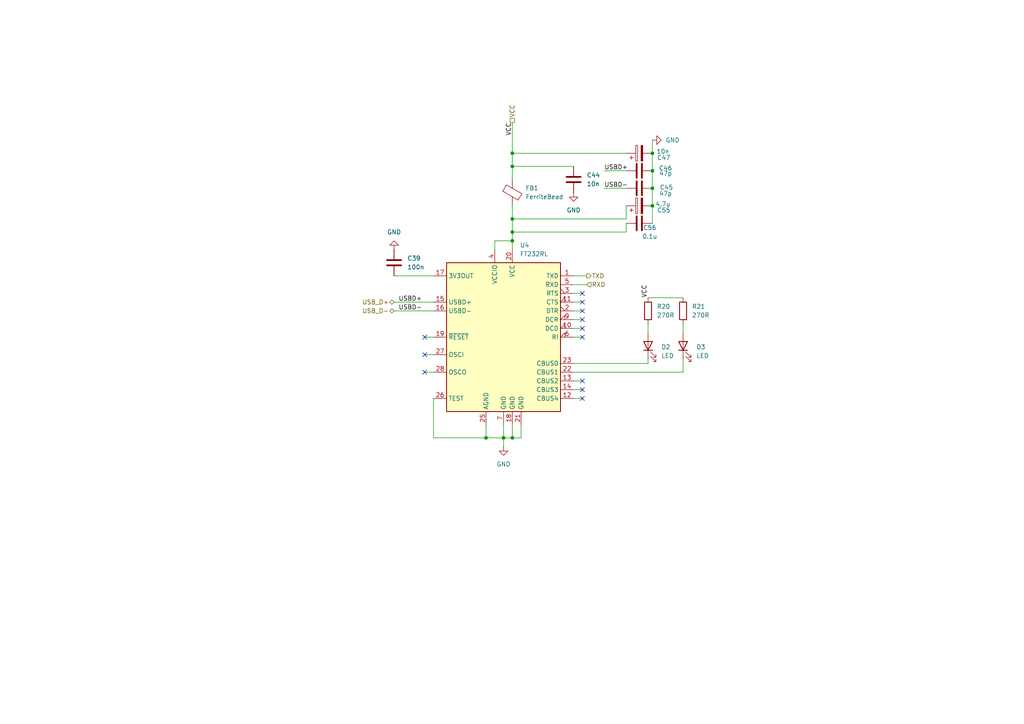
<source format=kicad_sch>
(kicad_sch
	(version 20231120)
	(generator "eeschema")
	(generator_version "8.0")
	(uuid "f507f0b7-e63d-4d48-bbd9-b9d89ef21e71")
	(paper "A4")
	(lib_symbols
		(symbol "Device:C"
			(pin_numbers hide)
			(pin_names
				(offset 0.254)
			)
			(exclude_from_sim no)
			(in_bom yes)
			(on_board yes)
			(property "Reference" "C"
				(at 0.635 2.54 0)
				(effects
					(font
						(size 1.27 1.27)
					)
					(justify left)
				)
			)
			(property "Value" "C"
				(at 0.635 -2.54 0)
				(effects
					(font
						(size 1.27 1.27)
					)
					(justify left)
				)
			)
			(property "Footprint" ""
				(at 0.9652 -3.81 0)
				(effects
					(font
						(size 1.27 1.27)
					)
					(hide yes)
				)
			)
			(property "Datasheet" "~"
				(at 0 0 0)
				(effects
					(font
						(size 1.27 1.27)
					)
					(hide yes)
				)
			)
			(property "Description" "Unpolarized capacitor"
				(at 0 0 0)
				(effects
					(font
						(size 1.27 1.27)
					)
					(hide yes)
				)
			)
			(property "ki_keywords" "cap capacitor"
				(at 0 0 0)
				(effects
					(font
						(size 1.27 1.27)
					)
					(hide yes)
				)
			)
			(property "ki_fp_filters" "C_*"
				(at 0 0 0)
				(effects
					(font
						(size 1.27 1.27)
					)
					(hide yes)
				)
			)
			(symbol "C_0_1"
				(polyline
					(pts
						(xy -2.032 -0.762) (xy 2.032 -0.762)
					)
					(stroke
						(width 0.508)
						(type default)
					)
					(fill
						(type none)
					)
				)
				(polyline
					(pts
						(xy -2.032 0.762) (xy 2.032 0.762)
					)
					(stroke
						(width 0.508)
						(type default)
					)
					(fill
						(type none)
					)
				)
			)
			(symbol "C_1_1"
				(pin passive line
					(at 0 3.81 270)
					(length 2.794)
					(name "~"
						(effects
							(font
								(size 1.27 1.27)
							)
						)
					)
					(number "1"
						(effects
							(font
								(size 1.27 1.27)
							)
						)
					)
				)
				(pin passive line
					(at 0 -3.81 90)
					(length 2.794)
					(name "~"
						(effects
							(font
								(size 1.27 1.27)
							)
						)
					)
					(number "2"
						(effects
							(font
								(size 1.27 1.27)
							)
						)
					)
				)
			)
		)
		(symbol "Device:C_Polarized"
			(pin_numbers hide)
			(pin_names
				(offset 0.254)
			)
			(exclude_from_sim no)
			(in_bom yes)
			(on_board yes)
			(property "Reference" "C"
				(at 0.635 2.54 0)
				(effects
					(font
						(size 1.27 1.27)
					)
					(justify left)
				)
			)
			(property "Value" "C_Polarized"
				(at 0.635 -2.54 0)
				(effects
					(font
						(size 1.27 1.27)
					)
					(justify left)
				)
			)
			(property "Footprint" ""
				(at 0.9652 -3.81 0)
				(effects
					(font
						(size 1.27 1.27)
					)
					(hide yes)
				)
			)
			(property "Datasheet" "~"
				(at 0 0 0)
				(effects
					(font
						(size 1.27 1.27)
					)
					(hide yes)
				)
			)
			(property "Description" "Polarized capacitor"
				(at 0 0 0)
				(effects
					(font
						(size 1.27 1.27)
					)
					(hide yes)
				)
			)
			(property "ki_keywords" "cap capacitor"
				(at 0 0 0)
				(effects
					(font
						(size 1.27 1.27)
					)
					(hide yes)
				)
			)
			(property "ki_fp_filters" "CP_*"
				(at 0 0 0)
				(effects
					(font
						(size 1.27 1.27)
					)
					(hide yes)
				)
			)
			(symbol "C_Polarized_0_1"
				(rectangle
					(start -2.286 0.508)
					(end 2.286 1.016)
					(stroke
						(width 0)
						(type default)
					)
					(fill
						(type none)
					)
				)
				(polyline
					(pts
						(xy -1.778 2.286) (xy -0.762 2.286)
					)
					(stroke
						(width 0)
						(type default)
					)
					(fill
						(type none)
					)
				)
				(polyline
					(pts
						(xy -1.27 2.794) (xy -1.27 1.778)
					)
					(stroke
						(width 0)
						(type default)
					)
					(fill
						(type none)
					)
				)
				(rectangle
					(start 2.286 -0.508)
					(end -2.286 -1.016)
					(stroke
						(width 0)
						(type default)
					)
					(fill
						(type outline)
					)
				)
			)
			(symbol "C_Polarized_1_1"
				(pin passive line
					(at 0 3.81 270)
					(length 2.794)
					(name "~"
						(effects
							(font
								(size 1.27 1.27)
							)
						)
					)
					(number "1"
						(effects
							(font
								(size 1.27 1.27)
							)
						)
					)
				)
				(pin passive line
					(at 0 -3.81 90)
					(length 2.794)
					(name "~"
						(effects
							(font
								(size 1.27 1.27)
							)
						)
					)
					(number "2"
						(effects
							(font
								(size 1.27 1.27)
							)
						)
					)
				)
			)
		)
		(symbol "Device:FerriteBead"
			(pin_numbers hide)
			(pin_names
				(offset 0)
			)
			(exclude_from_sim no)
			(in_bom yes)
			(on_board yes)
			(property "Reference" "FB"
				(at -3.81 0.635 90)
				(effects
					(font
						(size 1.27 1.27)
					)
				)
			)
			(property "Value" "FerriteBead"
				(at 3.81 0 90)
				(effects
					(font
						(size 1.27 1.27)
					)
				)
			)
			(property "Footprint" ""
				(at -1.778 0 90)
				(effects
					(font
						(size 1.27 1.27)
					)
					(hide yes)
				)
			)
			(property "Datasheet" "~"
				(at 0 0 0)
				(effects
					(font
						(size 1.27 1.27)
					)
					(hide yes)
				)
			)
			(property "Description" "Ferrite bead"
				(at 0 0 0)
				(effects
					(font
						(size 1.27 1.27)
					)
					(hide yes)
				)
			)
			(property "ki_keywords" "L ferrite bead inductor filter"
				(at 0 0 0)
				(effects
					(font
						(size 1.27 1.27)
					)
					(hide yes)
				)
			)
			(property "ki_fp_filters" "Inductor_* L_* *Ferrite*"
				(at 0 0 0)
				(effects
					(font
						(size 1.27 1.27)
					)
					(hide yes)
				)
			)
			(symbol "FerriteBead_0_1"
				(polyline
					(pts
						(xy 0 -1.27) (xy 0 -1.2192)
					)
					(stroke
						(width 0)
						(type default)
					)
					(fill
						(type none)
					)
				)
				(polyline
					(pts
						(xy 0 1.27) (xy 0 1.2954)
					)
					(stroke
						(width 0)
						(type default)
					)
					(fill
						(type none)
					)
				)
				(polyline
					(pts
						(xy -2.7686 0.4064) (xy -1.7018 2.2606) (xy 2.7686 -0.3048) (xy 1.6764 -2.159) (xy -2.7686 0.4064)
					)
					(stroke
						(width 0)
						(type default)
					)
					(fill
						(type none)
					)
				)
			)
			(symbol "FerriteBead_1_1"
				(pin passive line
					(at 0 3.81 270)
					(length 2.54)
					(name "~"
						(effects
							(font
								(size 1.27 1.27)
							)
						)
					)
					(number "1"
						(effects
							(font
								(size 1.27 1.27)
							)
						)
					)
				)
				(pin passive line
					(at 0 -3.81 90)
					(length 2.54)
					(name "~"
						(effects
							(font
								(size 1.27 1.27)
							)
						)
					)
					(number "2"
						(effects
							(font
								(size 1.27 1.27)
							)
						)
					)
				)
			)
		)
		(symbol "Device:LED"
			(pin_numbers hide)
			(pin_names
				(offset 1.016) hide)
			(exclude_from_sim no)
			(in_bom yes)
			(on_board yes)
			(property "Reference" "D"
				(at 0 2.54 0)
				(effects
					(font
						(size 1.27 1.27)
					)
				)
			)
			(property "Value" "LED"
				(at 0 -2.54 0)
				(effects
					(font
						(size 1.27 1.27)
					)
				)
			)
			(property "Footprint" ""
				(at 0 0 0)
				(effects
					(font
						(size 1.27 1.27)
					)
					(hide yes)
				)
			)
			(property "Datasheet" "~"
				(at 0 0 0)
				(effects
					(font
						(size 1.27 1.27)
					)
					(hide yes)
				)
			)
			(property "Description" "Light emitting diode"
				(at 0 0 0)
				(effects
					(font
						(size 1.27 1.27)
					)
					(hide yes)
				)
			)
			(property "ki_keywords" "LED diode"
				(at 0 0 0)
				(effects
					(font
						(size 1.27 1.27)
					)
					(hide yes)
				)
			)
			(property "ki_fp_filters" "LED* LED_SMD:* LED_THT:*"
				(at 0 0 0)
				(effects
					(font
						(size 1.27 1.27)
					)
					(hide yes)
				)
			)
			(symbol "LED_0_1"
				(polyline
					(pts
						(xy -1.27 -1.27) (xy -1.27 1.27)
					)
					(stroke
						(width 0.254)
						(type default)
					)
					(fill
						(type none)
					)
				)
				(polyline
					(pts
						(xy -1.27 0) (xy 1.27 0)
					)
					(stroke
						(width 0)
						(type default)
					)
					(fill
						(type none)
					)
				)
				(polyline
					(pts
						(xy 1.27 -1.27) (xy 1.27 1.27) (xy -1.27 0) (xy 1.27 -1.27)
					)
					(stroke
						(width 0.254)
						(type default)
					)
					(fill
						(type none)
					)
				)
				(polyline
					(pts
						(xy -3.048 -0.762) (xy -4.572 -2.286) (xy -3.81 -2.286) (xy -4.572 -2.286) (xy -4.572 -1.524)
					)
					(stroke
						(width 0)
						(type default)
					)
					(fill
						(type none)
					)
				)
				(polyline
					(pts
						(xy -1.778 -0.762) (xy -3.302 -2.286) (xy -2.54 -2.286) (xy -3.302 -2.286) (xy -3.302 -1.524)
					)
					(stroke
						(width 0)
						(type default)
					)
					(fill
						(type none)
					)
				)
			)
			(symbol "LED_1_1"
				(pin passive line
					(at -3.81 0 0)
					(length 2.54)
					(name "K"
						(effects
							(font
								(size 1.27 1.27)
							)
						)
					)
					(number "1"
						(effects
							(font
								(size 1.27 1.27)
							)
						)
					)
				)
				(pin passive line
					(at 3.81 0 180)
					(length 2.54)
					(name "A"
						(effects
							(font
								(size 1.27 1.27)
							)
						)
					)
					(number "2"
						(effects
							(font
								(size 1.27 1.27)
							)
						)
					)
				)
			)
		)
		(symbol "Device:R"
			(pin_numbers hide)
			(pin_names
				(offset 0)
			)
			(exclude_from_sim no)
			(in_bom yes)
			(on_board yes)
			(property "Reference" "R"
				(at 2.032 0 90)
				(effects
					(font
						(size 1.27 1.27)
					)
				)
			)
			(property "Value" "R"
				(at 0 0 90)
				(effects
					(font
						(size 1.27 1.27)
					)
				)
			)
			(property "Footprint" ""
				(at -1.778 0 90)
				(effects
					(font
						(size 1.27 1.27)
					)
					(hide yes)
				)
			)
			(property "Datasheet" "~"
				(at 0 0 0)
				(effects
					(font
						(size 1.27 1.27)
					)
					(hide yes)
				)
			)
			(property "Description" "Resistor"
				(at 0 0 0)
				(effects
					(font
						(size 1.27 1.27)
					)
					(hide yes)
				)
			)
			(property "ki_keywords" "R res resistor"
				(at 0 0 0)
				(effects
					(font
						(size 1.27 1.27)
					)
					(hide yes)
				)
			)
			(property "ki_fp_filters" "R_*"
				(at 0 0 0)
				(effects
					(font
						(size 1.27 1.27)
					)
					(hide yes)
				)
			)
			(symbol "R_0_1"
				(rectangle
					(start -1.016 -2.54)
					(end 1.016 2.54)
					(stroke
						(width 0.254)
						(type default)
					)
					(fill
						(type none)
					)
				)
			)
			(symbol "R_1_1"
				(pin passive line
					(at 0 3.81 270)
					(length 1.27)
					(name "~"
						(effects
							(font
								(size 1.27 1.27)
							)
						)
					)
					(number "1"
						(effects
							(font
								(size 1.27 1.27)
							)
						)
					)
				)
				(pin passive line
					(at 0 -3.81 90)
					(length 1.27)
					(name "~"
						(effects
							(font
								(size 1.27 1.27)
							)
						)
					)
					(number "2"
						(effects
							(font
								(size 1.27 1.27)
							)
						)
					)
				)
			)
		)
		(symbol "Interface_USB:FT232RL"
			(exclude_from_sim no)
			(in_bom yes)
			(on_board yes)
			(property "Reference" "U"
				(at -16.51 22.86 0)
				(effects
					(font
						(size 1.27 1.27)
					)
					(justify left)
				)
			)
			(property "Value" "FT232RL"
				(at 10.16 22.86 0)
				(effects
					(font
						(size 1.27 1.27)
					)
					(justify left)
				)
			)
			(property "Footprint" "Package_SO:SSOP-28_5.3x10.2mm_P0.65mm"
				(at 27.94 -22.86 0)
				(effects
					(font
						(size 1.27 1.27)
					)
					(hide yes)
				)
			)
			(property "Datasheet" "https://www.ftdichip.com/Support/Documents/DataSheets/ICs/DS_FT232R.pdf"
				(at 0 0 0)
				(effects
					(font
						(size 1.27 1.27)
					)
					(hide yes)
				)
			)
			(property "Description" "USB to Serial Interface, SSOP-28"
				(at 0 0 0)
				(effects
					(font
						(size 1.27 1.27)
					)
					(hide yes)
				)
			)
			(property "ki_keywords" "FTDI USB Serial"
				(at 0 0 0)
				(effects
					(font
						(size 1.27 1.27)
					)
					(hide yes)
				)
			)
			(property "ki_fp_filters" "SSOP*5.3x10.2mm*P0.65mm*"
				(at 0 0 0)
				(effects
					(font
						(size 1.27 1.27)
					)
					(hide yes)
				)
			)
			(symbol "FT232RL_0_1"
				(rectangle
					(start -16.51 21.59)
					(end 16.51 -21.59)
					(stroke
						(width 0.254)
						(type default)
					)
					(fill
						(type background)
					)
				)
			)
			(symbol "FT232RL_1_1"
				(pin output line
					(at 20.32 17.78 180)
					(length 3.81)
					(name "TXD"
						(effects
							(font
								(size 1.27 1.27)
							)
						)
					)
					(number "1"
						(effects
							(font
								(size 1.27 1.27)
							)
						)
					)
				)
				(pin input input_low
					(at 20.32 2.54 180)
					(length 3.81)
					(name "DCD"
						(effects
							(font
								(size 1.27 1.27)
							)
						)
					)
					(number "10"
						(effects
							(font
								(size 1.27 1.27)
							)
						)
					)
				)
				(pin input input_low
					(at 20.32 10.16 180)
					(length 3.81)
					(name "CTS"
						(effects
							(font
								(size 1.27 1.27)
							)
						)
					)
					(number "11"
						(effects
							(font
								(size 1.27 1.27)
							)
						)
					)
				)
				(pin bidirectional line
					(at 20.32 -17.78 180)
					(length 3.81)
					(name "CBUS4"
						(effects
							(font
								(size 1.27 1.27)
							)
						)
					)
					(number "12"
						(effects
							(font
								(size 1.27 1.27)
							)
						)
					)
				)
				(pin bidirectional line
					(at 20.32 -12.7 180)
					(length 3.81)
					(name "CBUS2"
						(effects
							(font
								(size 1.27 1.27)
							)
						)
					)
					(number "13"
						(effects
							(font
								(size 1.27 1.27)
							)
						)
					)
				)
				(pin bidirectional line
					(at 20.32 -15.24 180)
					(length 3.81)
					(name "CBUS3"
						(effects
							(font
								(size 1.27 1.27)
							)
						)
					)
					(number "14"
						(effects
							(font
								(size 1.27 1.27)
							)
						)
					)
				)
				(pin bidirectional line
					(at -20.32 10.16 0)
					(length 3.81)
					(name "USBD+"
						(effects
							(font
								(size 1.27 1.27)
							)
						)
					)
					(number "15"
						(effects
							(font
								(size 1.27 1.27)
							)
						)
					)
				)
				(pin bidirectional line
					(at -20.32 7.62 0)
					(length 3.81)
					(name "USBD-"
						(effects
							(font
								(size 1.27 1.27)
							)
						)
					)
					(number "16"
						(effects
							(font
								(size 1.27 1.27)
							)
						)
					)
				)
				(pin power_out line
					(at -20.32 17.78 0)
					(length 3.81)
					(name "3V3OUT"
						(effects
							(font
								(size 1.27 1.27)
							)
						)
					)
					(number "17"
						(effects
							(font
								(size 1.27 1.27)
							)
						)
					)
				)
				(pin power_in line
					(at 2.54 -25.4 90)
					(length 3.81)
					(name "GND"
						(effects
							(font
								(size 1.27 1.27)
							)
						)
					)
					(number "18"
						(effects
							(font
								(size 1.27 1.27)
							)
						)
					)
				)
				(pin input line
					(at -20.32 0 0)
					(length 3.81)
					(name "~{RESET}"
						(effects
							(font
								(size 1.27 1.27)
							)
						)
					)
					(number "19"
						(effects
							(font
								(size 1.27 1.27)
							)
						)
					)
				)
				(pin output output_low
					(at 20.32 7.62 180)
					(length 3.81)
					(name "DTR"
						(effects
							(font
								(size 1.27 1.27)
							)
						)
					)
					(number "2"
						(effects
							(font
								(size 1.27 1.27)
							)
						)
					)
				)
				(pin power_in line
					(at 2.54 25.4 270)
					(length 3.81)
					(name "VCC"
						(effects
							(font
								(size 1.27 1.27)
							)
						)
					)
					(number "20"
						(effects
							(font
								(size 1.27 1.27)
							)
						)
					)
				)
				(pin power_in line
					(at 5.08 -25.4 90)
					(length 3.81)
					(name "GND"
						(effects
							(font
								(size 1.27 1.27)
							)
						)
					)
					(number "21"
						(effects
							(font
								(size 1.27 1.27)
							)
						)
					)
				)
				(pin bidirectional line
					(at 20.32 -10.16 180)
					(length 3.81)
					(name "CBUS1"
						(effects
							(font
								(size 1.27 1.27)
							)
						)
					)
					(number "22"
						(effects
							(font
								(size 1.27 1.27)
							)
						)
					)
				)
				(pin bidirectional line
					(at 20.32 -7.62 180)
					(length 3.81)
					(name "CBUS0"
						(effects
							(font
								(size 1.27 1.27)
							)
						)
					)
					(number "23"
						(effects
							(font
								(size 1.27 1.27)
							)
						)
					)
				)
				(pin power_in line
					(at -5.08 -25.4 90)
					(length 3.81)
					(name "AGND"
						(effects
							(font
								(size 1.27 1.27)
							)
						)
					)
					(number "25"
						(effects
							(font
								(size 1.27 1.27)
							)
						)
					)
				)
				(pin input line
					(at -20.32 -17.78 0)
					(length 3.81)
					(name "TEST"
						(effects
							(font
								(size 1.27 1.27)
							)
						)
					)
					(number "26"
						(effects
							(font
								(size 1.27 1.27)
							)
						)
					)
				)
				(pin input line
					(at -20.32 -5.08 0)
					(length 3.81)
					(name "OSCI"
						(effects
							(font
								(size 1.27 1.27)
							)
						)
					)
					(number "27"
						(effects
							(font
								(size 1.27 1.27)
							)
						)
					)
				)
				(pin output line
					(at -20.32 -10.16 0)
					(length 3.81)
					(name "OSCO"
						(effects
							(font
								(size 1.27 1.27)
							)
						)
					)
					(number "28"
						(effects
							(font
								(size 1.27 1.27)
							)
						)
					)
				)
				(pin output output_low
					(at 20.32 12.7 180)
					(length 3.81)
					(name "RTS"
						(effects
							(font
								(size 1.27 1.27)
							)
						)
					)
					(number "3"
						(effects
							(font
								(size 1.27 1.27)
							)
						)
					)
				)
				(pin power_in line
					(at -2.54 25.4 270)
					(length 3.81)
					(name "VCCIO"
						(effects
							(font
								(size 1.27 1.27)
							)
						)
					)
					(number "4"
						(effects
							(font
								(size 1.27 1.27)
							)
						)
					)
				)
				(pin input line
					(at 20.32 15.24 180)
					(length 3.81)
					(name "RXD"
						(effects
							(font
								(size 1.27 1.27)
							)
						)
					)
					(number "5"
						(effects
							(font
								(size 1.27 1.27)
							)
						)
					)
				)
				(pin input input_low
					(at 20.32 0 180)
					(length 3.81)
					(name "RI"
						(effects
							(font
								(size 1.27 1.27)
							)
						)
					)
					(number "6"
						(effects
							(font
								(size 1.27 1.27)
							)
						)
					)
				)
				(pin power_in line
					(at 0 -25.4 90)
					(length 3.81)
					(name "GND"
						(effects
							(font
								(size 1.27 1.27)
							)
						)
					)
					(number "7"
						(effects
							(font
								(size 1.27 1.27)
							)
						)
					)
				)
				(pin input input_low
					(at 20.32 5.08 180)
					(length 3.81)
					(name "DCR"
						(effects
							(font
								(size 1.27 1.27)
							)
						)
					)
					(number "9"
						(effects
							(font
								(size 1.27 1.27)
							)
						)
					)
				)
			)
		)
		(symbol "power:GND"
			(power)
			(pin_numbers hide)
			(pin_names
				(offset 0) hide)
			(exclude_from_sim no)
			(in_bom yes)
			(on_board yes)
			(property "Reference" "#PWR"
				(at 0 -6.35 0)
				(effects
					(font
						(size 1.27 1.27)
					)
					(hide yes)
				)
			)
			(property "Value" "GND"
				(at 0 -3.81 0)
				(effects
					(font
						(size 1.27 1.27)
					)
				)
			)
			(property "Footprint" ""
				(at 0 0 0)
				(effects
					(font
						(size 1.27 1.27)
					)
					(hide yes)
				)
			)
			(property "Datasheet" ""
				(at 0 0 0)
				(effects
					(font
						(size 1.27 1.27)
					)
					(hide yes)
				)
			)
			(property "Description" "Power symbol creates a global label with name \"GND\" , ground"
				(at 0 0 0)
				(effects
					(font
						(size 1.27 1.27)
					)
					(hide yes)
				)
			)
			(property "ki_keywords" "global power"
				(at 0 0 0)
				(effects
					(font
						(size 1.27 1.27)
					)
					(hide yes)
				)
			)
			(symbol "GND_0_1"
				(polyline
					(pts
						(xy 0 0) (xy 0 -1.27) (xy 1.27 -1.27) (xy 0 -2.54) (xy -1.27 -1.27) (xy 0 -1.27)
					)
					(stroke
						(width 0)
						(type default)
					)
					(fill
						(type none)
					)
				)
			)
			(symbol "GND_1_1"
				(pin power_in line
					(at 0 0 270)
					(length 0)
					(name "~"
						(effects
							(font
								(size 1.27 1.27)
							)
						)
					)
					(number "1"
						(effects
							(font
								(size 1.27 1.27)
							)
						)
					)
				)
			)
		)
	)
	(junction
		(at 189.23 44.45)
		(diameter 0)
		(color 0 0 0 0)
		(uuid "01024767-e09a-4981-935b-9b7a76242b1f")
	)
	(junction
		(at 148.59 48.26)
		(diameter 0)
		(color 0 0 0 0)
		(uuid "0af25cdb-135b-4eea-a607-b89030f4116a")
	)
	(junction
		(at 140.97 127)
		(diameter 0)
		(color 0 0 0 0)
		(uuid "1c4a0875-714f-4b8e-9268-09be0b9b7df4")
	)
	(junction
		(at 148.59 44.45)
		(diameter 0)
		(color 0 0 0 0)
		(uuid "1e1d889c-bb06-4868-aefd-a77de8e105b9")
	)
	(junction
		(at 189.23 54.61)
		(diameter 0)
		(color 0 0 0 0)
		(uuid "232c1eac-c1cb-44e0-ab13-c1915eba26d1")
	)
	(junction
		(at 148.59 127)
		(diameter 0)
		(color 0 0 0 0)
		(uuid "2b66c588-1c6a-4056-929c-1f5ddc2a6b7c")
	)
	(junction
		(at 148.59 67.31)
		(diameter 0)
		(color 0 0 0 0)
		(uuid "35ba80a8-22dd-4794-b878-23b8ed4cff1f")
	)
	(junction
		(at 189.23 49.53)
		(diameter 0)
		(color 0 0 0 0)
		(uuid "47e9d614-ce0f-485c-8fe1-6940d5af8a7b")
	)
	(junction
		(at 189.23 59.69)
		(diameter 0)
		(color 0 0 0 0)
		(uuid "76b3df1d-bda1-4a6f-bb5e-0a20646569cb")
	)
	(junction
		(at 148.59 69.85)
		(diameter 0)
		(color 0 0 0 0)
		(uuid "7eba11b7-0f21-4e8a-9922-5ccdbb3ab270")
	)
	(junction
		(at 148.59 63.5)
		(diameter 0)
		(color 0 0 0 0)
		(uuid "b62d4565-13b8-4b19-b976-2be45451c73d")
	)
	(junction
		(at 146.05 127)
		(diameter 0)
		(color 0 0 0 0)
		(uuid "e9e18f1d-2956-40e9-9969-54a8e99a7e73")
	)
	(no_connect
		(at 168.91 113.03)
		(uuid "0db3b6d7-0d47-4d8b-85da-c81319f1d07e")
	)
	(no_connect
		(at 168.91 110.49)
		(uuid "10371a31-8bb4-4c1b-9f53-37f640bc32cc")
	)
	(no_connect
		(at 123.19 107.95)
		(uuid "27b1a79d-956b-44e5-9cd6-5611568700a7")
	)
	(no_connect
		(at 168.91 95.25)
		(uuid "40598e91-6fae-47eb-b091-f40084ad2815")
	)
	(no_connect
		(at 168.91 92.71)
		(uuid "524d84be-a229-4d47-818e-d0c8880d8f5a")
	)
	(no_connect
		(at 168.91 87.63)
		(uuid "5ae69244-6ef7-4154-a5ec-649d10fa5c8d")
	)
	(no_connect
		(at 168.91 97.79)
		(uuid "6bf4be87-e565-4977-a1b9-b73f640721ee")
	)
	(no_connect
		(at 123.19 97.79)
		(uuid "748a5ff8-5a38-438e-a64a-206ce1a61e32")
	)
	(no_connect
		(at 123.19 102.87)
		(uuid "b7847b2d-f3f4-4594-b6e1-dde18d8f0849")
	)
	(no_connect
		(at 168.91 85.09)
		(uuid "c40b0ed3-4325-4071-8a11-574b11fb4e07")
	)
	(no_connect
		(at 168.91 90.17)
		(uuid "c8825b33-f1b9-409c-a178-5149cb3c0ef6")
	)
	(no_connect
		(at 168.91 115.57)
		(uuid "d4ae6e72-09c9-4d5c-8f56-d63cb49679f2")
	)
	(wire
		(pts
			(xy 148.59 48.26) (xy 166.37 48.26)
		)
		(stroke
			(width 0)
			(type default)
		)
		(uuid "02d51a29-326f-43a6-9d1d-207d9673a13e")
	)
	(wire
		(pts
			(xy 148.59 123.19) (xy 148.59 127)
		)
		(stroke
			(width 0)
			(type default)
		)
		(uuid "0452d9ab-07c6-4579-99fc-655eb691a13e")
	)
	(wire
		(pts
			(xy 148.59 59.69) (xy 148.59 63.5)
		)
		(stroke
			(width 0)
			(type default)
		)
		(uuid "1069e4dc-baca-4753-9677-fe2d7318c508")
	)
	(wire
		(pts
			(xy 168.91 95.25) (xy 166.37 95.25)
		)
		(stroke
			(width 0)
			(type default)
		)
		(uuid "147be6ea-15e5-43ba-ba5c-b4a1b6098445")
	)
	(wire
		(pts
			(xy 148.59 48.26) (xy 148.59 52.07)
		)
		(stroke
			(width 0)
			(type default)
		)
		(uuid "16c85b30-7e5f-4970-9de6-7d7fe9815ce2")
	)
	(wire
		(pts
			(xy 148.59 67.31) (xy 181.61 67.31)
		)
		(stroke
			(width 0)
			(type default)
		)
		(uuid "18d28c9e-0746-4a70-abc7-3e2bbab39796")
	)
	(wire
		(pts
			(xy 125.73 115.57) (xy 125.73 127)
		)
		(stroke
			(width 0)
			(type default)
		)
		(uuid "23eb0b06-2b0b-4304-9034-09dbf03187eb")
	)
	(wire
		(pts
			(xy 146.05 127) (xy 146.05 129.54)
		)
		(stroke
			(width 0)
			(type default)
		)
		(uuid "261e84b0-add6-4a69-9cbe-cfcc73792389")
	)
	(wire
		(pts
			(xy 189.23 44.45) (xy 189.23 49.53)
		)
		(stroke
			(width 0)
			(type default)
		)
		(uuid "2cc58ff6-a8d5-443f-8864-bebb1b8fce75")
	)
	(wire
		(pts
			(xy 125.73 127) (xy 140.97 127)
		)
		(stroke
			(width 0)
			(type default)
		)
		(uuid "34a4e65c-0e4d-4019-8d23-318b44f7f3c2")
	)
	(wire
		(pts
			(xy 148.59 63.5) (xy 148.59 67.31)
		)
		(stroke
			(width 0)
			(type default)
		)
		(uuid "37ce4fd9-7d8c-4f19-a324-a34ad63795ac")
	)
	(wire
		(pts
			(xy 148.59 67.31) (xy 148.59 69.85)
		)
		(stroke
			(width 0)
			(type default)
		)
		(uuid "380f5094-4c7d-4c6f-870b-a1f6d6b0830f")
	)
	(wire
		(pts
			(xy 168.91 90.17) (xy 166.37 90.17)
		)
		(stroke
			(width 0)
			(type default)
		)
		(uuid "3ff82ec6-e6bc-49b8-82b4-995c66897e34")
	)
	(wire
		(pts
			(xy 181.61 64.77) (xy 181.61 67.31)
		)
		(stroke
			(width 0)
			(type default)
		)
		(uuid "4173cf24-7b1a-4ce8-a462-428c54cd13ad")
	)
	(wire
		(pts
			(xy 187.96 86.36) (xy 198.12 86.36)
		)
		(stroke
			(width 0)
			(type default)
		)
		(uuid "46dfe4a0-88c3-4614-90bd-a3430b20e63d")
	)
	(wire
		(pts
			(xy 189.23 40.64) (xy 189.23 44.45)
		)
		(stroke
			(width 0)
			(type default)
		)
		(uuid "4c892c2a-131e-407f-ba69-4039582f181d")
	)
	(wire
		(pts
			(xy 123.19 102.87) (xy 125.73 102.87)
		)
		(stroke
			(width 0)
			(type default)
		)
		(uuid "4d52d3ae-e684-4b15-880d-cc006c963b0a")
	)
	(wire
		(pts
			(xy 198.12 107.95) (xy 166.37 107.95)
		)
		(stroke
			(width 0)
			(type default)
		)
		(uuid "501f88ef-e546-4e99-81f5-94dcbdd1caeb")
	)
	(wire
		(pts
			(xy 168.91 92.71) (xy 166.37 92.71)
		)
		(stroke
			(width 0)
			(type default)
		)
		(uuid "556efb30-84c7-4c4e-9c7c-5b2f9e331356")
	)
	(wire
		(pts
			(xy 123.19 97.79) (xy 125.73 97.79)
		)
		(stroke
			(width 0)
			(type default)
		)
		(uuid "5f955846-6cd3-4464-b475-b81f4b19d0cd")
	)
	(wire
		(pts
			(xy 148.59 35.56) (xy 148.59 44.45)
		)
		(stroke
			(width 0)
			(type default)
		)
		(uuid "60f4f6f7-be0e-45d3-92cb-9615f35adab8")
	)
	(wire
		(pts
			(xy 114.3 87.63) (xy 125.73 87.63)
		)
		(stroke
			(width 0)
			(type default)
		)
		(uuid "63f220ef-c3e0-4695-8ab6-edcbfc4a7f5d")
	)
	(wire
		(pts
			(xy 187.96 105.41) (xy 187.96 104.14)
		)
		(stroke
			(width 0)
			(type default)
		)
		(uuid "67c8db85-87b5-4e0e-8819-8594f7835a5b")
	)
	(wire
		(pts
			(xy 166.37 105.41) (xy 187.96 105.41)
		)
		(stroke
			(width 0)
			(type default)
		)
		(uuid "6a99a8da-b86d-42e4-aa50-d75021661c48")
	)
	(wire
		(pts
			(xy 187.96 93.98) (xy 187.96 96.52)
		)
		(stroke
			(width 0)
			(type default)
		)
		(uuid "73a41baa-855c-49ef-8ab9-dcd8ac0c8202")
	)
	(wire
		(pts
			(xy 170.18 82.55) (xy 166.37 82.55)
		)
		(stroke
			(width 0)
			(type default)
		)
		(uuid "79a92715-5a13-4aee-87f3-a2eb62701c21")
	)
	(wire
		(pts
			(xy 123.19 107.95) (xy 125.73 107.95)
		)
		(stroke
			(width 0)
			(type default)
		)
		(uuid "7c537041-36cc-4cb5-8d10-dd713a58fa0b")
	)
	(wire
		(pts
			(xy 148.59 72.39) (xy 148.59 69.85)
		)
		(stroke
			(width 0)
			(type default)
		)
		(uuid "7fbc2872-0d4e-49ce-8310-a43e9aeb8ee9")
	)
	(wire
		(pts
			(xy 143.51 69.85) (xy 143.51 72.39)
		)
		(stroke
			(width 0)
			(type default)
		)
		(uuid "86049d92-66e1-4369-b45d-711046cf7440")
	)
	(wire
		(pts
			(xy 189.23 54.61) (xy 189.23 59.69)
		)
		(stroke
			(width 0)
			(type default)
		)
		(uuid "8b0ce4bf-c690-41de-8cdc-0897c00ccca7")
	)
	(wire
		(pts
			(xy 140.97 127) (xy 140.97 123.19)
		)
		(stroke
			(width 0)
			(type default)
		)
		(uuid "99e15904-74af-4b29-ab2a-a81ce1a3ece7")
	)
	(wire
		(pts
			(xy 168.91 87.63) (xy 166.37 87.63)
		)
		(stroke
			(width 0)
			(type default)
		)
		(uuid "9b32db1b-8e78-4035-9281-866c38f003a9")
	)
	(wire
		(pts
			(xy 146.05 123.19) (xy 146.05 127)
		)
		(stroke
			(width 0)
			(type default)
		)
		(uuid "9be7ee80-a6ff-4439-ade6-dc4427bbe7d4")
	)
	(wire
		(pts
			(xy 151.13 127) (xy 151.13 123.19)
		)
		(stroke
			(width 0)
			(type default)
		)
		(uuid "a33eb8f8-3b89-4a0f-a5d5-60379ce8fcdf")
	)
	(wire
		(pts
			(xy 168.91 110.49) (xy 166.37 110.49)
		)
		(stroke
			(width 0)
			(type default)
		)
		(uuid "aee0d16e-d9a2-48db-b7bf-2ddfd8eb9f30")
	)
	(wire
		(pts
			(xy 181.61 63.5) (xy 148.59 63.5)
		)
		(stroke
			(width 0)
			(type default)
		)
		(uuid "b1cb7ad1-b8d5-423b-b961-ebb86ed1efa6")
	)
	(wire
		(pts
			(xy 170.18 80.01) (xy 166.37 80.01)
		)
		(stroke
			(width 0)
			(type default)
		)
		(uuid "b40b1baf-7e20-4a9b-b35d-b96f66ed6b1b")
	)
	(wire
		(pts
			(xy 168.91 85.09) (xy 166.37 85.09)
		)
		(stroke
			(width 0)
			(type default)
		)
		(uuid "b914a60f-3778-4802-b4ee-1eba9e2f8f60")
	)
	(wire
		(pts
			(xy 175.26 49.53) (xy 181.61 49.53)
		)
		(stroke
			(width 0)
			(type default)
		)
		(uuid "bb838402-e2c6-422f-b1ff-adf03fdba4a0")
	)
	(wire
		(pts
			(xy 168.91 97.79) (xy 166.37 97.79)
		)
		(stroke
			(width 0)
			(type default)
		)
		(uuid "c117da4a-385b-4b71-8974-4715c31cd553")
	)
	(wire
		(pts
			(xy 148.59 44.45) (xy 148.59 48.26)
		)
		(stroke
			(width 0)
			(type default)
		)
		(uuid "c5053cc8-ae81-4528-99af-4769ba1ad8df")
	)
	(wire
		(pts
			(xy 148.59 127) (xy 151.13 127)
		)
		(stroke
			(width 0)
			(type default)
		)
		(uuid "cad11d44-a93e-493d-9391-ed7e489812da")
	)
	(wire
		(pts
			(xy 198.12 104.14) (xy 198.12 107.95)
		)
		(stroke
			(width 0)
			(type default)
		)
		(uuid "cf7f0783-3d63-4f3c-a5bd-b9287c552ed2")
	)
	(wire
		(pts
			(xy 168.91 113.03) (xy 166.37 113.03)
		)
		(stroke
			(width 0)
			(type default)
		)
		(uuid "d8dbdbd7-5e8d-44c0-ba09-3a17e3344023")
	)
	(wire
		(pts
			(xy 198.12 93.98) (xy 198.12 96.52)
		)
		(stroke
			(width 0)
			(type default)
		)
		(uuid "db149167-8ca5-4b8a-b058-d0f8d1656f7c")
	)
	(wire
		(pts
			(xy 181.61 59.69) (xy 181.61 63.5)
		)
		(stroke
			(width 0)
			(type default)
		)
		(uuid "ddbab97f-e889-4783-841f-5aae4bb7f0ff")
	)
	(wire
		(pts
			(xy 148.59 69.85) (xy 143.51 69.85)
		)
		(stroke
			(width 0)
			(type default)
		)
		(uuid "e4da282e-84ed-49fd-9b48-a2fe6480b6e3")
	)
	(wire
		(pts
			(xy 146.05 127) (xy 148.59 127)
		)
		(stroke
			(width 0)
			(type default)
		)
		(uuid "e6383c98-f0d3-476c-9357-e040fe0f9562")
	)
	(wire
		(pts
			(xy 175.26 54.61) (xy 181.61 54.61)
		)
		(stroke
			(width 0)
			(type default)
		)
		(uuid "f5da2c9a-f8d4-4c34-8eec-f7323a00c422")
	)
	(wire
		(pts
			(xy 189.23 59.69) (xy 189.23 64.77)
		)
		(stroke
			(width 0)
			(type default)
		)
		(uuid "f934befe-f54e-4028-b4ab-a79ef35943cc")
	)
	(wire
		(pts
			(xy 148.59 44.45) (xy 181.61 44.45)
		)
		(stroke
			(width 0)
			(type default)
		)
		(uuid "f9775563-c1de-4997-a831-58776475f467")
	)
	(wire
		(pts
			(xy 146.05 127) (xy 140.97 127)
		)
		(stroke
			(width 0)
			(type default)
		)
		(uuid "f9d93c28-6950-4601-91c5-3f1ba9ff820f")
	)
	(wire
		(pts
			(xy 168.91 115.57) (xy 166.37 115.57)
		)
		(stroke
			(width 0)
			(type default)
		)
		(uuid "fd5b6403-bcf2-4e98-b029-045e8c6d1473")
	)
	(wire
		(pts
			(xy 189.23 49.53) (xy 189.23 54.61)
		)
		(stroke
			(width 0)
			(type default)
		)
		(uuid "fde22c13-109b-4cb5-a657-e6aea86940ba")
	)
	(wire
		(pts
			(xy 114.3 90.17) (xy 125.73 90.17)
		)
		(stroke
			(width 0)
			(type default)
		)
		(uuid "ffd46734-96f9-40bf-bdf9-acfae79dd284")
	)
	(wire
		(pts
			(xy 114.3 80.01) (xy 125.73 80.01)
		)
		(stroke
			(width 0)
			(type default)
		)
		(uuid "fff8a5f9-6340-4ecf-bed9-6b445c693596")
	)
	(label "VCC"
		(at 148.59 39.37 90)
		(fields_autoplaced yes)
		(effects
			(font
				(size 1.27 1.27)
			)
			(justify left bottom)
		)
		(uuid "06ea24db-cc72-4bf3-b00f-3aa0b4d008bb")
	)
	(label "USBD+"
		(at 175.26 49.53 0)
		(fields_autoplaced yes)
		(effects
			(font
				(size 1.27 1.27)
			)
			(justify left bottom)
		)
		(uuid "0d8beb9c-017a-4c53-b620-a1305eea546d")
	)
	(label "USBD-"
		(at 175.26 54.61 0)
		(fields_autoplaced yes)
		(effects
			(font
				(size 1.27 1.27)
			)
			(justify left bottom)
		)
		(uuid "120608a2-2226-4a78-afd3-b75fa8893d40")
	)
	(label "USBD+"
		(at 115.57 87.63 0)
		(fields_autoplaced yes)
		(effects
			(font
				(size 1.27 1.27)
			)
			(justify left bottom)
		)
		(uuid "6226f416-f656-4c6d-8c88-d8328186846d")
	)
	(label "VCC"
		(at 187.96 86.36 90)
		(fields_autoplaced yes)
		(effects
			(font
				(size 1.27 1.27)
			)
			(justify left bottom)
		)
		(uuid "985c3225-8c6b-4da9-9b63-725947199f01")
	)
	(label "USBD-"
		(at 115.57 90.17 0)
		(fields_autoplaced yes)
		(effects
			(font
				(size 1.27 1.27)
			)
			(justify left bottom)
		)
		(uuid "e327e797-74aa-4c1d-b755-be2f2c5adab4")
	)
	(hierarchical_label "USB_D+"
		(shape bidirectional)
		(at 114.3 87.63 180)
		(fields_autoplaced yes)
		(effects
			(font
				(size 1.27 1.27)
			)
			(justify right)
		)
		(uuid "0ba778ea-f3dc-46a7-806d-8fc25c13d67d")
	)
	(hierarchical_label "VCC"
		(shape passive)
		(at 148.59 35.56 90)
		(fields_autoplaced yes)
		(effects
			(font
				(size 1.27 1.27)
			)
			(justify left)
		)
		(uuid "4107a0ff-e1c4-42b2-8310-e20d9fa9d535")
	)
	(hierarchical_label "RXD"
		(shape input)
		(at 170.18 82.55 0)
		(fields_autoplaced yes)
		(effects
			(font
				(size 1.27 1.27)
			)
			(justify left)
		)
		(uuid "acc9008a-673b-4512-a565-ea42b963b6e6")
	)
	(hierarchical_label "TXD"
		(shape output)
		(at 170.18 80.01 0)
		(fields_autoplaced yes)
		(effects
			(font
				(size 1.27 1.27)
			)
			(justify left)
		)
		(uuid "e6dfce6d-a8cd-48c6-8c2f-5881b7fddbe7")
	)
	(hierarchical_label "USB_D-"
		(shape bidirectional)
		(at 114.3 90.17 180)
		(fields_autoplaced yes)
		(effects
			(font
				(size 1.27 1.27)
			)
			(justify right)
		)
		(uuid "eb0e31b2-d50d-4e88-85da-b703d3e8a563")
	)
	(symbol
		(lib_id "Device:C")
		(at 185.42 54.61 270)
		(unit 1)
		(exclude_from_sim no)
		(in_bom yes)
		(on_board yes)
		(dnp no)
		(uuid "0bc68801-8ddd-421b-a7bc-1580a9402ffd")
		(property "Reference" "C45"
			(at 193.294 54.356 90)
			(effects
				(font
					(size 1.27 1.27)
				)
			)
		)
		(property "Value" "47p"
			(at 193.04 56.134 90)
			(effects
				(font
					(size 1.27 1.27)
				)
			)
		)
		(property "Footprint" "Capacitor_SMD:C_0603_1608Metric"
			(at 181.61 55.5752 0)
			(effects
				(font
					(size 1.27 1.27)
				)
				(hide yes)
			)
		)
		(property "Datasheet" "~"
			(at 185.42 54.61 0)
			(effects
				(font
					(size 1.27 1.27)
				)
				(hide yes)
			)
		)
		(property "Description" "Unpolarized capacitor"
			(at 185.42 54.61 0)
			(effects
				(font
					(size 1.27 1.27)
				)
				(hide yes)
			)
		)
		(pin "1"
			(uuid "585dbe9f-0a3d-45a9-a072-fe3ecfbf0b11")
		)
		(pin "2"
			(uuid "eaf8aa14-4b50-4606-87b7-99205046fbad")
		)
		(instances
			(project "SilverSat_Ground_Station"
				(path "/46cfd089-6873-4d8b-89af-02ff30e49472/76c4f314-c768-4e70-9a67-eb43c2ae3ba5"
					(reference "C45")
					(unit 1)
				)
			)
		)
	)
	(symbol
		(lib_id "Device:LED")
		(at 198.12 100.33 90)
		(unit 1)
		(exclude_from_sim no)
		(in_bom yes)
		(on_board yes)
		(dnp no)
		(fields_autoplaced yes)
		(uuid "20a8f09a-ac24-4394-b9e0-4c2483393b9e")
		(property "Reference" "D3"
			(at 201.93 100.6474 90)
			(effects
				(font
					(size 1.27 1.27)
				)
				(justify right)
			)
		)
		(property "Value" "LED"
			(at 201.93 103.1874 90)
			(effects
				(font
					(size 1.27 1.27)
				)
				(justify right)
			)
		)
		(property "Footprint" "LED_THT:LED_D3.0mm_Horizontal_O1.27mm_Z2.0mm"
			(at 198.12 100.33 0)
			(effects
				(font
					(size 1.27 1.27)
				)
				(hide yes)
			)
		)
		(property "Datasheet" "~"
			(at 198.12 100.33 0)
			(effects
				(font
					(size 1.27 1.27)
				)
				(hide yes)
			)
		)
		(property "Description" "Light emitting diode"
			(at 198.12 100.33 0)
			(effects
				(font
					(size 1.27 1.27)
				)
				(hide yes)
			)
		)
		(pin "2"
			(uuid "eea73ce5-daae-4b4f-8d01-34830d63ee97")
		)
		(pin "1"
			(uuid "99714934-a562-43c0-baf5-724dc66fc1db")
		)
		(instances
			(project "SilverSat_Ground_Station"
				(path "/46cfd089-6873-4d8b-89af-02ff30e49472/76c4f314-c768-4e70-9a67-eb43c2ae3ba5"
					(reference "D3")
					(unit 1)
				)
			)
		)
	)
	(symbol
		(lib_id "Device:C_Polarized")
		(at 185.42 59.69 90)
		(unit 1)
		(exclude_from_sim no)
		(in_bom yes)
		(on_board yes)
		(dnp no)
		(uuid "39999348-4a99-4d20-b6cb-1d418b70f05b")
		(property "Reference" "C55"
			(at 192.532 60.96 90)
			(effects
				(font
					(size 1.27 1.27)
				)
			)
		)
		(property "Value" "4.7u"
			(at 192.278 59.182 90)
			(effects
				(font
					(size 1.27 1.27)
				)
			)
		)
		(property "Footprint" "Capacitor_SMD:C_0603_1608Metric"
			(at 189.23 58.7248 0)
			(effects
				(font
					(size 1.27 1.27)
				)
				(hide yes)
			)
		)
		(property "Datasheet" "~"
			(at 185.42 59.69 0)
			(effects
				(font
					(size 1.27 1.27)
				)
				(hide yes)
			)
		)
		(property "Description" "Polarized capacitor"
			(at 185.42 59.69 0)
			(effects
				(font
					(size 1.27 1.27)
				)
				(hide yes)
			)
		)
		(property "Field5" ""
			(at 185.42 59.69 90)
			(effects
				(font
					(size 1.27 1.27)
				)
				(hide yes)
			)
		)
		(pin "1"
			(uuid "547e51a0-d610-42af-88ef-3aee11117c52")
		)
		(pin "2"
			(uuid "35eece34-304e-450a-8d5e-3d5643b6045c")
		)
		(instances
			(project "SilverSat_Ground_Station"
				(path "/46cfd089-6873-4d8b-89af-02ff30e49472/76c4f314-c768-4e70-9a67-eb43c2ae3ba5"
					(reference "C55")
					(unit 1)
				)
			)
		)
	)
	(symbol
		(lib_id "Device:C")
		(at 185.42 64.77 270)
		(unit 1)
		(exclude_from_sim no)
		(in_bom yes)
		(on_board yes)
		(dnp no)
		(uuid "6e5462b4-dc21-4275-a9d4-0cff427d93ba")
		(property "Reference" "C56"
			(at 188.468 66.04 90)
			(effects
				(font
					(size 1.27 1.27)
				)
			)
		)
		(property "Value" "0.1u"
			(at 188.468 68.58 90)
			(effects
				(font
					(size 1.27 1.27)
				)
			)
		)
		(property "Footprint" "Capacitor_SMD:C_0603_1608Metric"
			(at 181.61 65.7352 0)
			(effects
				(font
					(size 1.27 1.27)
				)
				(hide yes)
			)
		)
		(property "Datasheet" "~"
			(at 185.42 64.77 0)
			(effects
				(font
					(size 1.27 1.27)
				)
				(hide yes)
			)
		)
		(property "Description" "Unpolarized capacitor"
			(at 185.42 64.77 0)
			(effects
				(font
					(size 1.27 1.27)
				)
				(hide yes)
			)
		)
		(pin "1"
			(uuid "55b47a73-0dca-4910-b51a-3e5e16c2f8e6")
		)
		(pin "2"
			(uuid "aa793590-3bc9-43fd-9998-55bf50678b8c")
		)
		(instances
			(project "SilverSat_Ground_Station"
				(path "/46cfd089-6873-4d8b-89af-02ff30e49472/76c4f314-c768-4e70-9a67-eb43c2ae3ba5"
					(reference "C56")
					(unit 1)
				)
			)
		)
	)
	(symbol
		(lib_id "Device:FerriteBead")
		(at 148.59 55.88 0)
		(unit 1)
		(exclude_from_sim no)
		(in_bom yes)
		(on_board yes)
		(dnp no)
		(fields_autoplaced yes)
		(uuid "7815fb26-07db-4623-9d41-6a1789155232")
		(property "Reference" "FB1"
			(at 152.4 54.5591 0)
			(effects
				(font
					(size 1.27 1.27)
				)
				(justify left)
			)
		)
		(property "Value" "FerriteBead"
			(at 152.4 57.0991 0)
			(effects
				(font
					(size 1.27 1.27)
				)
				(justify left)
			)
		)
		(property "Footprint" "Inductor_SMD:L_0603_1608Metric_Pad1.05x0.95mm_HandSolder"
			(at 146.812 55.88 90)
			(effects
				(font
					(size 1.27 1.27)
				)
				(hide yes)
			)
		)
		(property "Datasheet" "~"
			(at 148.59 55.88 0)
			(effects
				(font
					(size 1.27 1.27)
				)
				(hide yes)
			)
		)
		(property "Description" "Ferrite bead"
			(at 148.59 55.88 0)
			(effects
				(font
					(size 1.27 1.27)
				)
				(hide yes)
			)
		)
		(pin "1"
			(uuid "9cae1fef-19c5-485f-8a23-fc6ad9ffabd7")
		)
		(pin "2"
			(uuid "ff41b0f8-e411-4514-9d4d-1b294aa0f809")
		)
		(instances
			(project "SilverSat_Ground_Station"
				(path "/46cfd089-6873-4d8b-89af-02ff30e49472/76c4f314-c768-4e70-9a67-eb43c2ae3ba5"
					(reference "FB1")
					(unit 1)
				)
			)
		)
	)
	(symbol
		(lib_id "Interface_USB:FT232RL")
		(at 146.05 97.79 0)
		(unit 1)
		(exclude_from_sim no)
		(in_bom yes)
		(on_board yes)
		(dnp no)
		(fields_autoplaced yes)
		(uuid "7ec66845-b549-46d7-a438-9f1eda5cfbf5")
		(property "Reference" "U4"
			(at 150.7841 71.12 0)
			(effects
				(font
					(size 1.27 1.27)
				)
				(justify left)
			)
		)
		(property "Value" "FT232RL"
			(at 150.7841 73.66 0)
			(effects
				(font
					(size 1.27 1.27)
				)
				(justify left)
			)
		)
		(property "Footprint" "Package_SO:SSOP-28_5.3x10.2mm_P0.65mm"
			(at 173.99 120.65 0)
			(effects
				(font
					(size 1.27 1.27)
				)
				(hide yes)
			)
		)
		(property "Datasheet" "https://www.ftdichip.com/Support/Documents/DataSheets/ICs/DS_FT232R.pdf"
			(at 146.05 97.79 0)
			(effects
				(font
					(size 1.27 1.27)
				)
				(hide yes)
			)
		)
		(property "Description" "USB to Serial Interface, SSOP-28"
			(at 146.05 97.79 0)
			(effects
				(font
					(size 1.27 1.27)
				)
				(hide yes)
			)
		)
		(pin "13"
			(uuid "41194ce0-077c-4af1-b1fe-541448a42194")
		)
		(pin "14"
			(uuid "adb78461-8764-48a7-b6b8-d3932555cf01")
		)
		(pin "17"
			(uuid "e9f1e36e-7b42-42c1-a17d-7171e0f7f440")
		)
		(pin "18"
			(uuid "0babf9fd-df6a-4830-93b1-864c09fb1d8c")
		)
		(pin "19"
			(uuid "7f62b319-4201-4d0f-8306-882cb6fb4778")
		)
		(pin "20"
			(uuid "c92d1731-a910-42e0-bf6a-abe60dd508f2")
		)
		(pin "21"
			(uuid "638acfc1-196a-4911-bc8d-2f7378f46c67")
		)
		(pin "23"
			(uuid "c78b6903-3c84-4cfe-a587-5cef0dc2593d")
		)
		(pin "25"
			(uuid "42ff1db6-01e5-41de-ac4c-f95c58918107")
		)
		(pin "26"
			(uuid "f84a524a-f967-4b9d-9f16-b50ef1e0d29a")
		)
		(pin "28"
			(uuid "f35f5b40-d821-4f24-b6d4-79114202b180")
		)
		(pin "15"
			(uuid "512070b9-85c8-4728-b3ec-0008422a0dff")
		)
		(pin "10"
			(uuid "91c55458-b27f-483b-888a-3c332021d93e")
		)
		(pin "22"
			(uuid "0097df18-bbd0-4dfa-9269-ae397bc0b595")
		)
		(pin "27"
			(uuid "f2b60d59-8e6f-452c-a880-89c0042e04bc")
		)
		(pin "1"
			(uuid "dbbb4d27-b474-40cd-8456-006a54c7badc")
		)
		(pin "2"
			(uuid "9bdd17fb-5dea-4356-8d81-f2d014cea006")
		)
		(pin "11"
			(uuid "e2e6309e-ef98-46a4-8238-76f2283b3ceb")
		)
		(pin "16"
			(uuid "ebf92824-8015-4737-ba23-cc7fd9fa62d0")
		)
		(pin "12"
			(uuid "77a5cee0-2652-4c54-b13b-141ec6b2ec39")
		)
		(pin "6"
			(uuid "00b494f1-0026-40d0-87e5-147a0ac4cd85")
		)
		(pin "3"
			(uuid "75509454-0b8d-4983-841b-c1cebcfe4254")
		)
		(pin "4"
			(uuid "6472c1e8-2849-4d06-8add-5d19390f999f")
		)
		(pin "9"
			(uuid "81b11631-dd90-4c44-acc8-6be882558244")
		)
		(pin "5"
			(uuid "176a5677-294c-43e8-aac6-82baa580ca2d")
		)
		(pin "7"
			(uuid "2d70e371-8ef9-44f2-982c-af927badaac7")
		)
		(instances
			(project "SilverSat_Ground_Station"
				(path "/46cfd089-6873-4d8b-89af-02ff30e49472/76c4f314-c768-4e70-9a67-eb43c2ae3ba5"
					(reference "U4")
					(unit 1)
				)
			)
		)
	)
	(symbol
		(lib_id "Device:C")
		(at 166.37 52.07 0)
		(unit 1)
		(exclude_from_sim no)
		(in_bom yes)
		(on_board yes)
		(dnp no)
		(fields_autoplaced yes)
		(uuid "7fb2fd9c-2b81-4eb9-82da-6fb111d7cda3")
		(property "Reference" "C44"
			(at 170.18 50.7999 0)
			(effects
				(font
					(size 1.27 1.27)
				)
				(justify left)
			)
		)
		(property "Value" "10n"
			(at 170.18 53.3399 0)
			(effects
				(font
					(size 1.27 1.27)
				)
				(justify left)
			)
		)
		(property "Footprint" "Capacitor_SMD:C_0603_1608Metric"
			(at 167.3352 55.88 0)
			(effects
				(font
					(size 1.27 1.27)
				)
				(hide yes)
			)
		)
		(property "Datasheet" "~"
			(at 166.37 52.07 0)
			(effects
				(font
					(size 1.27 1.27)
				)
				(hide yes)
			)
		)
		(property "Description" "Unpolarized capacitor"
			(at 166.37 52.07 0)
			(effects
				(font
					(size 1.27 1.27)
				)
				(hide yes)
			)
		)
		(pin "1"
			(uuid "0bbc8900-d365-4ffd-a1ec-bc0fa8a1de9a")
		)
		(pin "2"
			(uuid "60b97492-4eb2-4c98-b871-b7432dbf81bb")
		)
		(instances
			(project "SilverSat_Ground_Station"
				(path "/46cfd089-6873-4d8b-89af-02ff30e49472/76c4f314-c768-4e70-9a67-eb43c2ae3ba5"
					(reference "C44")
					(unit 1)
				)
			)
		)
	)
	(symbol
		(lib_id "power:GND")
		(at 114.3 72.39 180)
		(unit 1)
		(exclude_from_sim no)
		(in_bom yes)
		(on_board yes)
		(dnp no)
		(fields_autoplaced yes)
		(uuid "8649a83f-5ae3-45c8-8307-aef4d90d8062")
		(property "Reference" "#PWR02"
			(at 114.3 66.04 0)
			(effects
				(font
					(size 1.27 1.27)
				)
				(hide yes)
			)
		)
		(property "Value" "GND"
			(at 114.3 67.31 0)
			(effects
				(font
					(size 1.27 1.27)
				)
			)
		)
		(property "Footprint" ""
			(at 114.3 72.39 0)
			(effects
				(font
					(size 1.27 1.27)
				)
				(hide yes)
			)
		)
		(property "Datasheet" ""
			(at 114.3 72.39 0)
			(effects
				(font
					(size 1.27 1.27)
				)
				(hide yes)
			)
		)
		(property "Description" "Power symbol creates a global label with name \"GND\" , ground"
			(at 114.3 72.39 0)
			(effects
				(font
					(size 1.27 1.27)
				)
				(hide yes)
			)
		)
		(pin "1"
			(uuid "851a7c3a-1369-4a87-9742-94ffcd2ad3d3")
		)
		(instances
			(project "SilverSat_Ground_Station"
				(path "/46cfd089-6873-4d8b-89af-02ff30e49472/76c4f314-c768-4e70-9a67-eb43c2ae3ba5"
					(reference "#PWR02")
					(unit 1)
				)
			)
		)
	)
	(symbol
		(lib_id "power:GND")
		(at 189.23 40.64 90)
		(unit 1)
		(exclude_from_sim no)
		(in_bom yes)
		(on_board yes)
		(dnp no)
		(fields_autoplaced yes)
		(uuid "8c1e45ac-3ea2-4d7e-8840-50b4fad3c28f")
		(property "Reference" "#PWR0102"
			(at 195.58 40.64 0)
			(effects
				(font
					(size 1.27 1.27)
				)
				(hide yes)
			)
		)
		(property "Value" "GND"
			(at 193.04 40.6399 90)
			(effects
				(font
					(size 1.27 1.27)
				)
				(justify right)
			)
		)
		(property "Footprint" ""
			(at 189.23 40.64 0)
			(effects
				(font
					(size 1.27 1.27)
				)
				(hide yes)
			)
		)
		(property "Datasheet" ""
			(at 189.23 40.64 0)
			(effects
				(font
					(size 1.27 1.27)
				)
				(hide yes)
			)
		)
		(property "Description" "Power symbol creates a global label with name \"GND\" , ground"
			(at 189.23 40.64 0)
			(effects
				(font
					(size 1.27 1.27)
				)
				(hide yes)
			)
		)
		(pin "1"
			(uuid "677064f1-dad1-46e8-bdf9-01ea4f5d9f39")
		)
		(instances
			(project "SilverSat_Ground_Station"
				(path "/46cfd089-6873-4d8b-89af-02ff30e49472/76c4f314-c768-4e70-9a67-eb43c2ae3ba5"
					(reference "#PWR0102")
					(unit 1)
				)
			)
		)
	)
	(symbol
		(lib_id "power:GND")
		(at 146.05 129.54 0)
		(unit 1)
		(exclude_from_sim no)
		(in_bom yes)
		(on_board yes)
		(dnp no)
		(fields_autoplaced yes)
		(uuid "966c2832-7ed9-4313-a828-37af9ccc373d")
		(property "Reference" "#PWR01"
			(at 146.05 135.89 0)
			(effects
				(font
					(size 1.27 1.27)
				)
				(hide yes)
			)
		)
		(property "Value" "GND"
			(at 146.05 134.62 0)
			(effects
				(font
					(size 1.27 1.27)
				)
			)
		)
		(property "Footprint" ""
			(at 146.05 129.54 0)
			(effects
				(font
					(size 1.27 1.27)
				)
				(hide yes)
			)
		)
		(property "Datasheet" ""
			(at 146.05 129.54 0)
			(effects
				(font
					(size 1.27 1.27)
				)
				(hide yes)
			)
		)
		(property "Description" "Power symbol creates a global label with name \"GND\" , ground"
			(at 146.05 129.54 0)
			(effects
				(font
					(size 1.27 1.27)
				)
				(hide yes)
			)
		)
		(pin "1"
			(uuid "14a8004f-d8c9-4e99-a2cf-e9ab8f471b1a")
		)
		(instances
			(project "SilverSat_Ground_Station"
				(path "/46cfd089-6873-4d8b-89af-02ff30e49472/76c4f314-c768-4e70-9a67-eb43c2ae3ba5"
					(reference "#PWR01")
					(unit 1)
				)
			)
		)
	)
	(symbol
		(lib_id "Device:C")
		(at 185.42 49.53 270)
		(unit 1)
		(exclude_from_sim no)
		(in_bom yes)
		(on_board yes)
		(dnp no)
		(uuid "a0f5a8dd-1edb-4768-ad21-60445b7baff2")
		(property "Reference" "C46"
			(at 193.04 48.768 90)
			(effects
				(font
					(size 1.27 1.27)
				)
			)
		)
		(property "Value" "47p"
			(at 193.04 50.292 90)
			(effects
				(font
					(size 1.27 1.27)
				)
			)
		)
		(property "Footprint" "Capacitor_SMD:C_0603_1608Metric"
			(at 181.61 50.4952 0)
			(effects
				(font
					(size 1.27 1.27)
				)
				(hide yes)
			)
		)
		(property "Datasheet" "~"
			(at 185.42 49.53 0)
			(effects
				(font
					(size 1.27 1.27)
				)
				(hide yes)
			)
		)
		(property "Description" "Unpolarized capacitor"
			(at 185.42 49.53 0)
			(effects
				(font
					(size 1.27 1.27)
				)
				(hide yes)
			)
		)
		(pin "1"
			(uuid "4e5f5d28-6e3d-4035-8706-05acd7db6e52")
		)
		(pin "2"
			(uuid "f9ff5c26-a20f-4f69-8e53-0c46bfd642e9")
		)
		(instances
			(project "SilverSat_Ground_Station"
				(path "/46cfd089-6873-4d8b-89af-02ff30e49472/76c4f314-c768-4e70-9a67-eb43c2ae3ba5"
					(reference "C46")
					(unit 1)
				)
			)
		)
	)
	(symbol
		(lib_id "Device:C_Polarized")
		(at 185.42 44.45 90)
		(unit 1)
		(exclude_from_sim no)
		(in_bom yes)
		(on_board yes)
		(dnp no)
		(uuid "ad9aa9ed-8eb5-44fc-9f47-1456b3ef2cdf")
		(property "Reference" "C47"
			(at 192.532 45.72 90)
			(effects
				(font
					(size 1.27 1.27)
				)
			)
		)
		(property "Value" "10n"
			(at 192.278 43.942 90)
			(effects
				(font
					(size 1.27 1.27)
				)
			)
		)
		(property "Footprint" "Capacitor_SMD:C_0603_1608Metric"
			(at 189.23 43.4848 0)
			(effects
				(font
					(size 1.27 1.27)
				)
				(hide yes)
			)
		)
		(property "Datasheet" "~"
			(at 185.42 44.45 0)
			(effects
				(font
					(size 1.27 1.27)
				)
				(hide yes)
			)
		)
		(property "Description" "Polarized capacitor"
			(at 185.42 44.45 0)
			(effects
				(font
					(size 1.27 1.27)
				)
				(hide yes)
			)
		)
		(pin "1"
			(uuid "0e15dfea-0a4c-4ebf-9a29-070cc6e70ba8")
		)
		(pin "2"
			(uuid "94855e88-3e6e-4498-8d2a-ec8340b3d4fb")
		)
		(instances
			(project "SilverSat_Ground_Station"
				(path "/46cfd089-6873-4d8b-89af-02ff30e49472/76c4f314-c768-4e70-9a67-eb43c2ae3ba5"
					(reference "C47")
					(unit 1)
				)
			)
		)
	)
	(symbol
		(lib_id "Device:R")
		(at 198.12 90.17 0)
		(unit 1)
		(exclude_from_sim no)
		(in_bom yes)
		(on_board yes)
		(dnp no)
		(fields_autoplaced yes)
		(uuid "c08fe0a2-98dc-4357-b44f-0d286bb91ae5")
		(property "Reference" "R21"
			(at 200.66 88.8999 0)
			(effects
				(font
					(size 1.27 1.27)
				)
				(justify left)
			)
		)
		(property "Value" "270R"
			(at 200.66 91.4399 0)
			(effects
				(font
					(size 1.27 1.27)
				)
				(justify left)
			)
		)
		(property "Footprint" "Resistor_SMD:R_0603_1608Metric"
			(at 196.342 90.17 90)
			(effects
				(font
					(size 1.27 1.27)
				)
				(hide yes)
			)
		)
		(property "Datasheet" "~"
			(at 198.12 90.17 0)
			(effects
				(font
					(size 1.27 1.27)
				)
				(hide yes)
			)
		)
		(property "Description" "Resistor"
			(at 198.12 90.17 0)
			(effects
				(font
					(size 1.27 1.27)
				)
				(hide yes)
			)
		)
		(pin "1"
			(uuid "be8c4054-2b42-4cb7-809d-1a0cb491d0c6")
		)
		(pin "2"
			(uuid "ce2c023a-284b-47c4-87b9-06b9c9e18b60")
		)
		(instances
			(project "SilverSat_Ground_Station"
				(path "/46cfd089-6873-4d8b-89af-02ff30e49472/76c4f314-c768-4e70-9a67-eb43c2ae3ba5"
					(reference "R21")
					(unit 1)
				)
			)
		)
	)
	(symbol
		(lib_id "Device:C")
		(at 114.3 76.2 0)
		(unit 1)
		(exclude_from_sim no)
		(in_bom yes)
		(on_board yes)
		(dnp no)
		(fields_autoplaced yes)
		(uuid "ca268d6f-9388-4b4a-b498-d9d4bbed759e")
		(property "Reference" "C39"
			(at 118.11 74.9299 0)
			(effects
				(font
					(size 1.27 1.27)
				)
				(justify left)
			)
		)
		(property "Value" "100n"
			(at 118.11 77.4699 0)
			(effects
				(font
					(size 1.27 1.27)
				)
				(justify left)
			)
		)
		(property "Footprint" "Capacitor_SMD:C_0603_1608Metric"
			(at 115.2652 80.01 0)
			(effects
				(font
					(size 1.27 1.27)
				)
				(hide yes)
			)
		)
		(property "Datasheet" "~"
			(at 114.3 76.2 0)
			(effects
				(font
					(size 1.27 1.27)
				)
				(hide yes)
			)
		)
		(property "Description" "Unpolarized capacitor"
			(at 114.3 76.2 0)
			(effects
				(font
					(size 1.27 1.27)
				)
				(hide yes)
			)
		)
		(pin "1"
			(uuid "1b7e2fbb-cd14-43c0-9b2b-611f3272619e")
		)
		(pin "2"
			(uuid "3c28f292-809d-4a80-b714-7d4c11e336b4")
		)
		(instances
			(project "SilverSat_Ground_Station"
				(path "/46cfd089-6873-4d8b-89af-02ff30e49472/76c4f314-c768-4e70-9a67-eb43c2ae3ba5"
					(reference "C39")
					(unit 1)
				)
			)
		)
	)
	(symbol
		(lib_id "power:GND")
		(at 166.37 55.88 0)
		(unit 1)
		(exclude_from_sim no)
		(in_bom yes)
		(on_board yes)
		(dnp no)
		(fields_autoplaced yes)
		(uuid "ccec2d88-d32f-40ea-bef5-34527441f5b9")
		(property "Reference" "#PWR070"
			(at 166.37 62.23 0)
			(effects
				(font
					(size 1.27 1.27)
				)
				(hide yes)
			)
		)
		(property "Value" "GND"
			(at 166.37 60.96 0)
			(effects
				(font
					(size 1.27 1.27)
				)
			)
		)
		(property "Footprint" ""
			(at 166.37 55.88 0)
			(effects
				(font
					(size 1.27 1.27)
				)
				(hide yes)
			)
		)
		(property "Datasheet" ""
			(at 166.37 55.88 0)
			(effects
				(font
					(size 1.27 1.27)
				)
				(hide yes)
			)
		)
		(property "Description" "Power symbol creates a global label with name \"GND\" , ground"
			(at 166.37 55.88 0)
			(effects
				(font
					(size 1.27 1.27)
				)
				(hide yes)
			)
		)
		(pin "1"
			(uuid "9fea5f0d-82be-4a0c-a9fd-e478f9ebff6a")
		)
		(instances
			(project "SilverSat_Ground_Station"
				(path "/46cfd089-6873-4d8b-89af-02ff30e49472/76c4f314-c768-4e70-9a67-eb43c2ae3ba5"
					(reference "#PWR070")
					(unit 1)
				)
			)
		)
	)
	(symbol
		(lib_id "Device:R")
		(at 187.96 90.17 0)
		(unit 1)
		(exclude_from_sim no)
		(in_bom yes)
		(on_board yes)
		(dnp no)
		(fields_autoplaced yes)
		(uuid "de6d8be0-dc1c-4147-a3af-8e48db0851fa")
		(property "Reference" "R20"
			(at 190.5 88.8999 0)
			(effects
				(font
					(size 1.27 1.27)
				)
				(justify left)
			)
		)
		(property "Value" "270R"
			(at 190.5 91.4399 0)
			(effects
				(font
					(size 1.27 1.27)
				)
				(justify left)
			)
		)
		(property "Footprint" "Resistor_SMD:R_0603_1608Metric"
			(at 186.182 90.17 90)
			(effects
				(font
					(size 1.27 1.27)
				)
				(hide yes)
			)
		)
		(property "Datasheet" "~"
			(at 187.96 90.17 0)
			(effects
				(font
					(size 1.27 1.27)
				)
				(hide yes)
			)
		)
		(property "Description" "Resistor"
			(at 187.96 90.17 0)
			(effects
				(font
					(size 1.27 1.27)
				)
				(hide yes)
			)
		)
		(pin "1"
			(uuid "89dad7ce-31a3-409a-b310-2f58d2aa432a")
		)
		(pin "2"
			(uuid "429f5f97-8502-46dc-ad11-7348f30c0aff")
		)
		(instances
			(project "SilverSat_Ground_Station"
				(path "/46cfd089-6873-4d8b-89af-02ff30e49472/76c4f314-c768-4e70-9a67-eb43c2ae3ba5"
					(reference "R20")
					(unit 1)
				)
			)
		)
	)
	(symbol
		(lib_id "Device:LED")
		(at 187.96 100.33 90)
		(unit 1)
		(exclude_from_sim no)
		(in_bom yes)
		(on_board yes)
		(dnp no)
		(fields_autoplaced yes)
		(uuid "e03b15b1-91e8-4438-9871-d354739963b2")
		(property "Reference" "D2"
			(at 191.77 100.6474 90)
			(effects
				(font
					(size 1.27 1.27)
				)
				(justify right)
			)
		)
		(property "Value" "LED"
			(at 191.77 103.1874 90)
			(effects
				(font
					(size 1.27 1.27)
				)
				(justify right)
			)
		)
		(property "Footprint" "LED_THT:LED_D3.0mm_Horizontal_O1.27mm_Z2.0mm"
			(at 187.96 100.33 0)
			(effects
				(font
					(size 1.27 1.27)
				)
				(hide yes)
			)
		)
		(property "Datasheet" "~"
			(at 187.96 100.33 0)
			(effects
				(font
					(size 1.27 1.27)
				)
				(hide yes)
			)
		)
		(property "Description" "Light emitting diode"
			(at 187.96 100.33 0)
			(effects
				(font
					(size 1.27 1.27)
				)
				(hide yes)
			)
		)
		(pin "2"
			(uuid "19cb2a0f-aec0-4a06-a14c-a67077f3f7b0")
		)
		(pin "1"
			(uuid "cbd263d6-8cc7-4296-b1ea-ac0ac1f9e0e9")
		)
		(instances
			(project "SilverSat_Ground_Station"
				(path "/46cfd089-6873-4d8b-89af-02ff30e49472/76c4f314-c768-4e70-9a67-eb43c2ae3ba5"
					(reference "D2")
					(unit 1)
				)
			)
		)
	)
)

</source>
